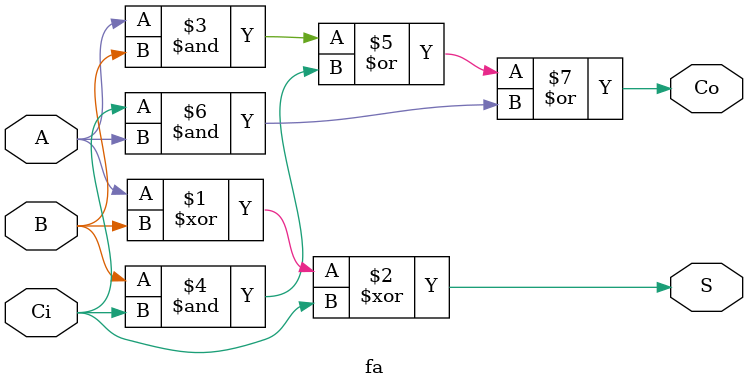
<source format=v>
`timescale 1ns / 1ps


module fa( 

    input A, B, Ci,
    output S, Co
    
    );
    
     xor xor1(S, A, B, Ci);
     
     assign Co = (A & B) | (B & Ci) | (Ci & A);
    
endmodule

</source>
